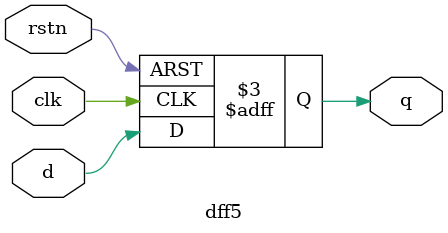
<source format=v>
/* verilator lint_off UNUSED */
module dff5(input d,  
            input rstn,  
            input clk,  
            output reg q);  

  always @ (posedge clk or negedge rstn)  
     if (!rstn)  
        q <= 0;  
     else  
        q <= d;
endmodule


</source>
